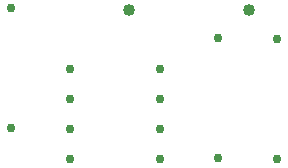
<source format=gbr>
G04 PROTEUS GERBER X2 FILE*
%TF.GenerationSoftware,Labcenter,Proteus,8.17-SP2-Build37159*%
%TF.CreationDate,2025-10-11T08:53:27+00:00*%
%TF.FileFunction,Plated,1,2,PTH*%
%TF.FilePolarity,Positive*%
%TF.Part,Single*%
%TF.SameCoordinates,{a55e4d6c-05e1-4aca-87d3-cb5da3fea1e9}*%
%FSLAX45Y45*%
%MOMM*%
G01*
%TA.AperFunction,ComponentDrill*%
%ADD73C,0.762000*%
%TA.AperFunction,ComponentDrill*%
%ADD30C,1.016000*%
%TD.AperFunction*%
D73*
X-2000000Y+1000000D03*
X-2000000Y+746000D03*
X-2000000Y+492000D03*
X-2000000Y+238000D03*
X-1238000Y+238000D03*
X-1238000Y+492000D03*
X-1238000Y+746000D03*
X-1238000Y+1000000D03*
D30*
X-1500000Y+1500000D03*
X-484000Y+1500000D03*
D73*
X-750000Y+250000D03*
X-750000Y+1266000D03*
X-2500000Y+500000D03*
X-2500000Y+1516000D03*
X-250000Y+234000D03*
X-250000Y+1250000D03*
M02*

</source>
